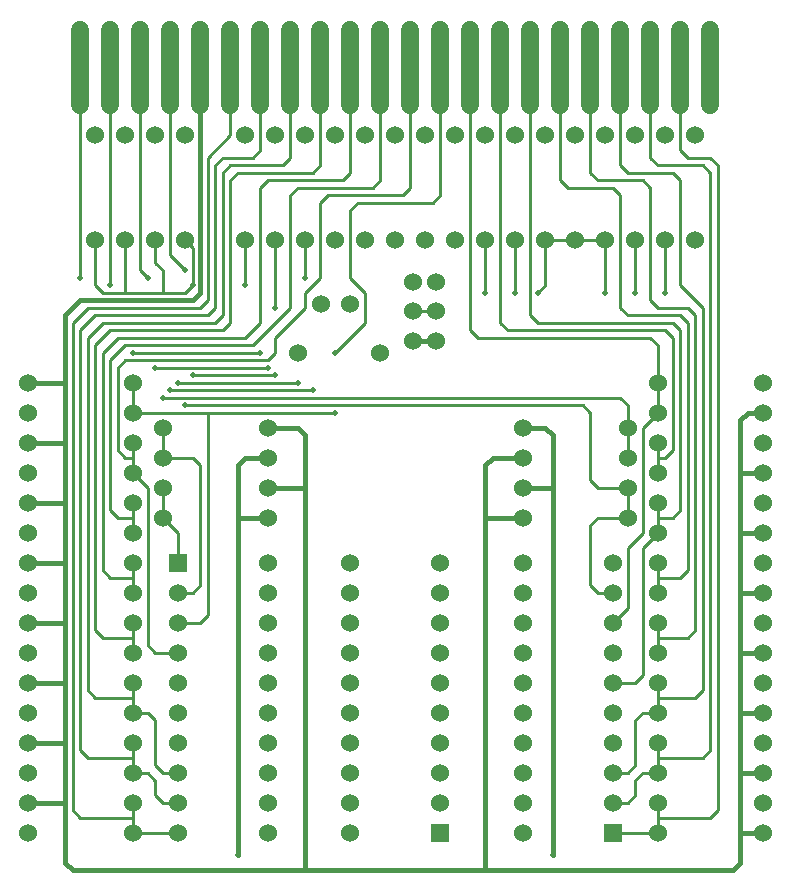
<source format=gbl>
%FSTAX24Y24*%
%MOIN*%
%IN ucard20.gbl *%
%ADD10C,0.0100*%
%ADD11C,0.0150*%
%ADD12C,0.0200*%
%ADD13C,0.0600*%
%ADD14R,0.0600X0.0600*%
D13*X004253Y01713D03*Y01613D03*D12*X011003Y016129D03*D13*
X005753Y00913D03*X022003Y02538D03*Y02188D03*D12*Y02013D03*D13*
X005253Y013629D03*Y012629D03*D14*X005753Y01113D03*D13*X006003Y02538D03*
X025253Y01513D03*X004253Y01513D03*Y01413D03*X005753Y00813D03*
X012003Y02538D03*Y02188D03*X000753Y01613D03*Y01013D03*X004253D03*
Y01113D03*X025253Y01113D03*X021753D03*Y01013D03*X015003Y02538D03*
Y02188D03*X019003Y02538D03*X004253Y00713D03*Y00613D03*X005753Y00413D03*
D12*X008753Y01763D03*X005003D03*D13*X004003Y02538D03*Y02188D03*
X003003D03*X005003D03*D12*X006253Y02038D03*D13*X006003Y02188D03*
X025253Y00513D03*X021753D03*Y00413D03*X020253Y00313D03*
X021753Y01413D03*Y01513D03*D12*X003503Y02038D03*X006253Y01738D03*
X009003D03*X023503Y02638D03*D13*X010003Y02538D03*Y02188D03*D12*
Y02063D03*D13*X020253Y01113D03*X017253D03*Y01013D03*Y00913D03*
Y00813D03*Y00713D03*Y00613D03*Y00513D03*Y00413D03*Y00313D03*Y00213D03*
X020253Y00513D03*Y00613D03*Y00813D03*X008753Y00213D03*Y00313D03*
Y00413D03*Y00513D03*Y00613D03*Y00713D03*Y00813D03*Y00913D03*Y01013D03*
Y01113D03*X005753Y00713D03*Y00613D03*Y00513D03*X018003Y02538D03*
X000753Y00613D03*X020753Y014629D03*Y015629D03*D12*X005253Y016629D03*
D13*X000753Y00213D03*X017253Y013629D03*Y015629D03*D12*X018253Y00138D03*
D13*X008003Y02538D03*Y02188D03*D12*X008003Y02038D03*D13*
X005003Y02538D03*X000753Y01213D03*X004253Y01313D03*Y01213D03*
X013003Y02538D03*Y02188D03*X017003Y02538D03*Y02188D03*D12*
X017003Y02013D03*D13*X021003Y02538D03*Y02188D03*D12*Y02013D03*
X006003Y02088D03*D14*X014503Y00213D03*D13*X011503Y00813D03*Y01013D03*
Y00713D03*Y00613D03*Y00513D03*Y00413D03*Y00313D03*Y00213D03*
X014503Y01013D03*Y00313D03*Y00413D03*Y00513D03*Y01113D03*X011503D03*
X014503Y00613D03*Y00713D03*Y00813D03*Y00913D03*X011503D03*
X000753Y00813D03*X004253D03*Y00913D03*X014003Y02538D03*Y02188D03*
X016003Y02538D03*Y02188D03*D12*X016003Y02013D03*D13*X023003Y02538D03*
Y02188D03*X009747Y018129D03*X012503D03*D12*X004753Y02063D03*X002503D03*
X017753Y02013D03*D13*X018003Y02188D03*X019003D03*X020003Y02188D03*D12*
X020003Y02013D03*X011003Y01813D03*D13*X013585Y020505D03*X014372D03*
Y018537D03*X013585D03*X014372Y019521D03*X013585D03*X011497Y019755D03*
X010513D03*D12*X020003Y02013D03*X005503Y01688D03*X010253Y016879D03*D13*
X021753Y00813D03*Y00913D03*X005253Y015629D03*Y014629D03*
X005753Y01013D03*X008753Y015629D03*Y013629D03*X000753Y00313D03*
Y00513D03*Y00713D03*Y00913D03*Y01113D03*Y01313D03*Y01513D03*Y01713D03*
D12*X006503Y02638D03*D13*X025253Y00213D03*Y00613D03*Y00813D03*
Y01013D03*Y01213D03*Y01413D03*Y01613D03*Y00413D03*X017253Y012629D03*
Y014629D03*X025253Y01713D03*X021753D03*Y01613D03*X020253Y00913D03*
X025253Y00313D03*X021753D03*Y00213D03*D14*X020253D03*D12*
X009753Y017129D03*X005753Y01713D03*D13*X000753Y00413D03*D12*
X004253Y01813D03*X008503D03*X006003Y016379D03*D13*X020753Y013629D03*
Y012629D03*X020253Y01013D03*X003003Y02538D03*X000753Y01413D03*
X025253Y00713D03*X021753D03*Y00613D03*X020253Y00413D03*
X025253Y01313D03*X021753D03*Y01213D03*X020253Y00713D03*
X004253Y00513D03*Y00413D03*X005753Y00313D03*X008753Y014629D03*D12*
X007753Y00138D03*D13*X008753Y012629D03*X004253Y00313D03*Y00213D03*
X005753Y00213D03*X020003Y02538D03*X025253Y00913D03*X009003Y02538D03*
Y02188D03*D12*Y01963D03*D13*X011003Y02538D03*Y02188D03*D10*
X004253Y01713D02*G01Y01613D01*X006753Y01613D01*X011003Y016129D01*
X006753Y01613D02*Y00938D01*X006503Y00913D01*X005753D01*
X022003Y02188D02*Y02013D01*X005253Y013629D02*Y012629D01*
X005753Y012129D01*Y01113D01*X004253Y01513D02*Y01413D01*
X004753Y013629D01*Y008379D01*X005003Y008129D01*X005252Y00813D01*
X005753D01*X004253Y01013D02*Y01113D01*X021753Y01113D02*Y01013D01*
X004253Y00713D02*Y00613D01*X004753D01*X005003Y00588D01*Y00438D01*
X005253Y00413D01*X005753D01*X008753Y01763D02*X005003D01*
X004003Y02188D02*X004003Y02013D01*X003253D01*X003003Y02038D01*
X003003Y02188D01*X004003Y02013D02*X005253D01*Y02088D01*
X005003Y02113D01*X005003Y02188D01*X005253Y02013D02*X006003D01*
X006253Y02038D01*Y02163D01*X006003Y02188D01*X021753Y00513D02*Y00413D01*
X021253Y004129D01*X021003Y00388D01*Y00338D01*X020753Y00313D01*
X020253D01*X021753Y01413D02*Y01513D01*X006253Y01738D02*X009003D01*
X010003Y02188D02*Y02063D01*X020753Y014629D02*Y015629D01*Y016379D01*
X020503Y016629D01*X005253D01*D11*X017253Y013629D02*X018253Y01363D01*
Y01538D01*X018003Y01563D01*X017253Y015629D01*X018253Y01363D02*
X018253Y00138D01*D10*X008003Y02188D02*X008003Y02038D01*
X004253Y01313D02*Y01213D01*X017003Y02188D02*X017003Y02013D01*
X021003Y02188D02*Y02013D01*X004253Y00813D02*Y00913D01*X016003Y02188D02*
X016003Y02013D01*X017753D02*X018003Y02038D01*Y02188D01*X019003D01*
X020003Y02188D01*X020003Y02013D01*D11*X014372Y018537D02*X013585D01*D10*
X014372Y019521D02*X013585D01*X005503Y01688D02*X010253Y016879D01*
X021753Y00813D02*Y00913D01*X005253Y015629D02*Y014629D01*
X006253Y01463D01*X006503Y01438D01*Y01038D01*X006253Y01013D01*
X005753D01*D11*X008753Y015629D02*X009753Y01563D01*X010003Y01538D01*
X010003Y01388D01*X010003Y01363D01*X008753Y013629D01*X010003Y01363D02*
X010003Y00088D01*X002253Y00088D01*X002003Y00113D01*Y00313D01*
X000753Y00313D01*X002003Y00313D02*Y00513D01*X000753D01*X002003D02*
Y00713D01*X000753D01*X002003D02*Y00913D01*X000753D01*X002003D02*
Y01113D01*X000753Y01113D01*X002003Y01113D02*Y01313D01*X000753Y01313D01*
X002003Y01313D02*Y01513D01*X000753Y01513D01*X002003Y01513D02*Y01713D01*
X000753D01*X002003D02*Y01938D01*X002503Y01988D01*X006253D01*
X006503Y02013D01*X006503Y02638D01*X010003Y00088D02*X016003D01*
X024253D01*X024503Y00113D01*Y00213D01*X025253D01*X024503D02*Y00413D01*
Y00613D01*X025253Y00613D01*X024503Y00613D02*Y00813D01*X025253Y00813D01*
X024503Y00813D02*Y01013D01*X025253D01*X024503D02*Y01213D01*X025253D01*
X024503D02*Y01413D01*X025253D01*X024503D02*Y01588D01*X024753Y01613D01*
X025253D01*X024503Y00413D02*X025253D01*X016003Y00088D02*
X016003Y012629D01*X017253D01*X016003D02*Y01438D01*X016253Y01463D01*
X017253Y014629D01*D10*X021753Y01713D02*Y01613D01*X021253Y015629D01*
Y012129D01*X020753Y011629D01*Y009629D01*X020253Y00913D01*
X021753Y00313D02*Y00213D01*X020253D01*X009753Y017129D02*
X005753Y01713D01*X004253Y01813D02*X008503D01*X006003Y016379D02*
X019253D01*X019503Y016129D01*Y013879D01*X019753Y013629D01*X020753D01*
Y012629D01*X019753D01*X019503Y012379D01*Y010379D01*X019753Y010129D01*
X020253Y01013D01*X021753Y00713D02*Y00613D01*X021253Y00613D01*
X021003Y00588D01*Y00438D01*X020753Y00413D01*X020253D01*
X021753Y01313D02*Y01213D01*X021253Y011629D01*Y007379D01*
X021003Y007129D01*X020253Y00713D01*X004253Y00513D02*Y00413D01*
X004753Y00413D01*X004977Y003872D01*X005003Y00338D01*X005253Y00313D01*
X005753D01*D11*X008753Y014629D02*X008003Y01463D01*X007753Y01438D01*
Y01263D01*X007753Y00138D01*X007753Y01263D02*X008753Y012629D01*D10*
X004253Y00313D02*Y00213D01*X005753Y00213D01*X009003Y02188D02*Y01963D01*
D13*X007503Y02888D02*Y02638D01*X014503Y02888D02*Y02638D01*
X008503Y02888D02*Y02638D01*X009503Y02888D02*Y02638D01*X018503Y02888D02*
Y02638D01*X019503Y02888D02*Y02638D01*X023503Y02888D02*Y02638D01*
X022503Y02888D02*Y02638D01*X013503Y02888D02*Y02638D01*X012503Y02888D02*
Y02638D01*X015503Y02888D02*Y02638D01*X006503Y02888D02*Y02638D01*
X016503Y02888D02*Y02638D01*X017503Y02888D02*Y02638D01*X010503Y02888D02*
Y02638D01*X011503Y02888D02*Y02638D01*X021503Y02888D02*Y02638D01*
X020503Y02888D02*Y02638D01*D10*X013503Y02713D02*Y02363D01*
X013253Y02338D01*X010753D01*X010503Y02313D01*Y02063D01*
X010003Y02013D01*Y019629D01*X009003Y018629D01*Y018129D01*
X008753Y01788D01*X004003D01*X003753Y01763D01*Y01488D01*
X004003Y01463D01*X004253D01*X012503Y02713D02*Y02388D01*
X012253Y02363D01*X009753D01*X009503Y02338D01*X009503Y020005D01*
X009503Y01963D01*X008253Y018379D01*X004003Y01838D01*X003503Y01788D01*
Y01288D01*X003753Y01263D01*X004253D01*X011503Y02713D02*Y02413D01*
X011253Y02388D01*X008753D01*X008503Y02363D01*Y01913D01*
X008003Y01863D01*X003753D01*X003253Y01813D01*Y01088D01*
X003503Y01063D01*X004253D01*X010503Y02713D02*Y02438D01*
X010253Y02413D01*X007753D01*X007503Y02388D01*Y01913D01*
X007253Y01888D01*X003503D01*X003003Y01838D01*Y00888D01*
X003253Y00863D01*X004253D01*Y00663D02*X003003D01*X002753Y00688D01*
Y01863D01*X003253Y01913D01*X007003D01*X007253Y01938D01*
X007253Y02413D01*X007503Y02438D01*X009253D01*X009503Y02463D01*
Y02713D01*X008503D02*Y02488D01*X008253Y02463D01*X007253D01*
X007003Y02438D01*Y01963D01*X006753Y01938D01*X003003D01*
X002503Y01888D01*Y00488D01*X002753Y00463D01*X004253D01*D13*
X002503Y02888D02*Y02638D01*X003503Y02888D02*Y02638D01*X004503Y02888D02*
Y02638D01*X005503Y02888D02*Y02638D01*D11*Y026255D01*X004503D02*
Y02638D01*X003503D02*Y026255D01*X002503D02*Y02638D01*D10*
X002503Y02063D02*Y02738D01*X003503Y02038D02*X003503Y02763D01*
X004253Y00263D02*X002503D01*X002253Y00288D01*Y01913D01*
X002753Y01963D01*X006503D01*X006753Y01988D01*Y02463D01*
X007503Y02538D01*Y02638D01*X011003Y01813D02*X012003Y01913D01*Y02013D01*
X011503Y02063D01*Y02288D01*X011753Y02313D01*X014253D01*
X014503Y02338D01*Y02713D01*X021753Y01713D02*Y018379D01*
X021503Y018629D01*X015753D01*X015503Y018879D01*Y02638D01*X016503D02*
Y019129D01*X016753Y018879D01*X022003D01*X022253Y018629D01*Y01488D01*
X022003Y01463D01*X021753D01*X017503Y02638D02*Y019379D01*
X017753Y019129D01*X022253D01*X022503Y018879D01*Y01288D01*
X022253Y01263D01*X021753D01*X018503Y02638D02*Y02388D01*
X018753Y02363D01*X020253D01*X020503Y02338D01*Y019629D01*
X020753Y019379D01*X022503D01*X022753Y019129D01*Y01088D01*
X022503Y01063D01*X021753D01*Y00863D02*X022753D01*X023003Y00888D01*
Y019379D01*X022753Y019629D01*X021753D01*X021503Y019879D01*Y02363D01*
X021253Y02388D01*X019753D01*X019503Y02413D01*X019503Y02638D01*
X021753Y00663D02*X023003D01*X023253Y00688D01*Y019629D01*
X022503Y020379D01*Y02388D01*X022253Y02413D01*X020753D01*
X020503Y02438D01*X020503Y02663D01*X021753Y00463D02*X023253D01*
X023503Y00488D01*Y01938D01*X023503Y02413D01*X023253Y02438D01*
X021753D01*X021503Y02463D01*X021503Y02488D01*Y02663D01*X022503D02*
X022503Y02488D01*X022753Y02463D01*X023503D01*X023753Y02438D01*
Y00288D01*X023503Y00263D01*X021753D01*X004503Y02738D02*Y02088D01*
X004753Y02063D01*X005503Y02738D02*Y02138D01*X006003Y02088D01*
M02*
</source>
